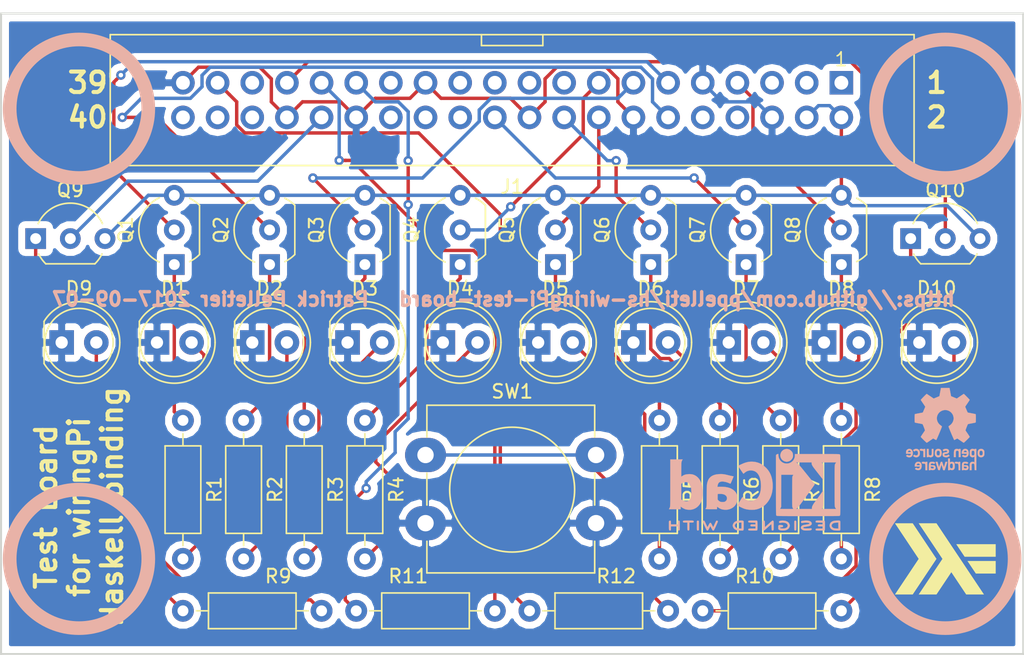
<source format=kicad_pcb>
(kicad_pcb (version 4) (host pcbnew 4.0.6)
  (title_block (title "Test board for wiringPi Haskell binding") (date 2017-09-07) (rev 1.2) (company "Patrick Pelletier"))
  (layers (0 F.Cu signal) (31 B.Cu signal) (34 B.Paste user) (35 F.Paste user) (36 B.SilkS user) (37 F.SilkS user) (38 B.Mask user) (39 F.Mask user) (44 Edge.Cuts user))
  (net 0 "")
  (net 1 GND)
  (net 2 "Net-(D1-Pad2)")
  (net 3 "Net-(D2-Pad2)")
  (net 4 "Net-(D3-Pad2)")
  (net 5 "Net-(D4-Pad2)")
  (net 6 "Net-(D5-Pad2)")
  (net 7 "Net-(D6-Pad2)")
  (net 8 "Net-(D7-Pad2)")
  (net 9 "Net-(D8-Pad2)")
  (net 10 "Net-(D9-Pad2)")
  (net 11 "Net-(D10-Pad2)")
  (net 12 /WPi0)
  (net 13 VCC)
  (net 14 "Net-(Q1-Pad1)")
  (net 15 /WPi1)
  (net 16 "Net-(Q2-Pad1)")
  (net 17 /WPi2)
  (net 18 "Net-(Q3-Pad1)")
  (net 19 /WPi3)
  (net 20 "Net-(Q4-Pad1)")
  (net 21 /WPi4)
  (net 22 "Net-(Q5-Pad1)")
  (net 23 /WPi5)
  (net 24 "Net-(Q6-Pad1)")
  (net 25 /WPi6)
  (net 26 "Net-(Q7-Pad1)")
  (net 27 /WPi7)
  (net 28 "Net-(Q8-Pad1)")
  (net 29 /PWM0)
  (net 30 "Net-(Q9-Pad1)")
  (net 31 /PWM1)
  (net 32 "Net-(Q10-Pad1)")
  (net 33 "Net-(J1-Pad29)")
  (net 34 "Net-(J1-Pad31)")
  (net 35 /Button)
  (net 36 "Net-(R12-Pad2)")
  (net 37 "Net-(J1-Pad1)")
  (net 38 "Net-(J1-Pad3)")
  (net 39 "Net-(J1-Pad5)")
  (net 40 "Net-(J1-Pad8)")
  (net 41 "Net-(J1-Pad10)")
  (net 42 "Net-(J1-Pad17)")
  (net 43 "Net-(J1-Pad19)")
  (net 44 "Net-(J1-Pad21)")
  (net 45 "Net-(J1-Pad23)")
  (net 46 "Net-(J1-Pad24)")
  (net 47 "Net-(J1-Pad26)")
  (net 48 "Net-(J1-Pad27)")
  (net 49 "Net-(J1-Pad28)")
  (net 50 "Net-(J1-Pad35)")
  (net 51 "Net-(J1-Pad36)")
  (net 52 "Net-(J1-Pad38)")
  (net 53 "Net-(J1-Pad40)")
  (module LEDs:LED_D5.0mm (layer F.Cu) (at 107.95 97.79)
    (fp_text reference D1 (at 1.27 -3.96) (layer F.SilkS))
    (fp_text value Yellow)
    (pad 1 thru_hole rect (at 0 0) (size 1.8 1.8) (drill 0.9) (layers *.Cu *.Mask) (net 1 GND))
    (pad 2 thru_hole circle (at 2.54 0) (size 1.8 1.8) (drill 0.9) (layers *.Cu *.Mask) (net 2 "Net-(D1-Pad2)"))
  )
  (module LEDs:LED_D5.0mm (layer F.Cu) (at 114.935 97.79)
    (fp_text reference D2 (at 1.27 -3.96) (layer F.SilkS))
    (fp_text value Yellow)
    (pad 1 thru_hole rect (at 0 0) (size 1.8 1.8) (drill 0.9) (layers *.Cu *.Mask) (net 1 GND))
    (pad 2 thru_hole circle (at 2.54 0) (size 1.8 1.8) (drill 0.9) (layers *.Cu *.Mask) (net 3 "Net-(D2-Pad2)"))
  )
  (module LEDs:LED_D5.0mm (layer F.Cu) (at 121.92 97.79)
    (fp_text reference D3 (at 1.27 -3.96) (layer F.SilkS))
    (fp_text value Yellow)
    (pad 1 thru_hole rect (at 0 0) (size 1.8 1.8) (drill 0.9) (layers *.Cu *.Mask) (net 1 GND))
    (pad 2 thru_hole circle (at 2.54 0) (size 1.8 1.8) (drill 0.9) (layers *.Cu *.Mask) (net 4 "Net-(D3-Pad2)"))
  )
  (module LEDs:LED_D5.0mm (layer F.Cu) (at 128.905 97.79)
    (fp_text reference D4 (at 1.27 -3.96) (layer F.SilkS))
    (fp_text value Yellow)
    (pad 1 thru_hole rect (at 0 0) (size 1.8 1.8) (drill 0.9) (layers *.Cu *.Mask) (net 1 GND))
    (pad 2 thru_hole circle (at 2.54 0) (size 1.8 1.8) (drill 0.9) (layers *.Cu *.Mask) (net 5 "Net-(D4-Pad2)"))
  )
  (module LEDs:LED_D5.0mm (layer F.Cu) (at 135.89 97.79)
    (fp_text reference D5 (at 1.27 -3.96) (layer F.SilkS))
    (fp_text value Yellow)
    (pad 1 thru_hole rect (at 0 0) (size 1.8 1.8) (drill 0.9) (layers *.Cu *.Mask) (net 1 GND))
    (pad 2 thru_hole circle (at 2.54 0) (size 1.8 1.8) (drill 0.9) (layers *.Cu *.Mask) (net 6 "Net-(D5-Pad2)"))
  )
  (module LEDs:LED_D5.0mm (layer F.Cu) (at 142.875 97.79)
    (fp_text reference D6 (at 1.27 -3.96) (layer F.SilkS))
    (fp_text value Yellow)
    (pad 1 thru_hole rect (at 0 0) (size 1.8 1.8) (drill 0.9) (layers *.Cu *.Mask) (net 1 GND))
    (pad 2 thru_hole circle (at 2.54 0) (size 1.8 1.8) (drill 0.9) (layers *.Cu *.Mask) (net 7 "Net-(D6-Pad2)"))
  )
  (module LEDs:LED_D5.0mm (layer F.Cu) (at 149.86 97.79)
    (fp_text reference D7 (at 1.27 -3.96) (layer F.SilkS))
    (fp_text value Yellow)
    (pad 1 thru_hole rect (at 0 0) (size 1.8 1.8) (drill 0.9) (layers *.Cu *.Mask) (net 1 GND))
    (pad 2 thru_hole circle (at 2.54 0) (size 1.8 1.8) (drill 0.9) (layers *.Cu *.Mask) (net 8 "Net-(D7-Pad2)"))
  )
  (module LEDs:LED_D5.0mm (layer F.Cu) (at 156.845 97.79)
    (fp_text reference D8 (at 1.27 -3.96) (layer F.SilkS))
    (fp_text value Yellow)
    (pad 1 thru_hole rect (at 0 0) (size 1.8 1.8) (drill 0.9) (layers *.Cu *.Mask) (net 1 GND))
    (pad 2 thru_hole circle (at 2.54 0) (size 1.8 1.8) (drill 0.9) (layers *.Cu *.Mask) (net 9 "Net-(D8-Pad2)"))
  )
  (module LEDs:LED_D5.0mm (layer F.Cu) (at 100.965 97.79)
    (fp_text reference D9 (at 1.27 -3.96) (layer F.SilkS))
    (fp_text value Red)
    (pad 1 thru_hole rect (at 0 0) (size 1.8 1.8) (drill 0.9) (layers *.Cu *.Mask) (net 1 GND))
    (pad 2 thru_hole circle (at 2.54 0) (size 1.8 1.8) (drill 0.9) (layers *.Cu *.Mask) (net 10 "Net-(D9-Pad2)"))
  )
  (module LEDs:LED_D5.0mm (layer F.Cu) (at 163.83 97.79)
    (fp_text reference D10 (at 1.27 -3.96) (layer F.SilkS))
    (fp_text value Red)
    (pad 1 thru_hole rect (at 0 0) (size 1.8 1.8) (drill 0.9) (layers *.Cu *.Mask) (net 1 GND))
    (pad 2 thru_hole circle (at 2.54 0) (size 1.8 1.8) (drill 0.9) (layers *.Cu *.Mask) (net 11 "Net-(D10-Pad2)"))
  )
  (module Resistors_THT:R_Axial_DIN0207_L6.3mm_D2.5mm_P10.16mm_Horizontal (layer F.Cu) (at 109.855 103.505 270)
    (fp_text reference R1 (at 5.08 -2.31 270) (layer F.SilkS))
    (fp_text value 33)
    (pad 1 thru_hole circle (at 0 0 270) (size 1.6 1.6) (drill 0.8) (layers *.Cu *.Mask) (net 14 "Net-(Q1-Pad1)"))
    (pad 2 thru_hole oval (at 10.16 0 270) (size 1.6 1.6) (drill 0.8) (layers *.Cu *.Mask) (net 2 "Net-(D1-Pad2)"))
  )
  (module Resistors_THT:R_Axial_DIN0207_L6.3mm_D2.5mm_P10.16mm_Horizontal (layer F.Cu) (at 114.3 103.505 270)
    (fp_text reference R2 (at 5.08 -2.31 270) (layer F.SilkS))
    (fp_text value 33)
    (pad 1 thru_hole circle (at 0 0 270) (size 1.6 1.6) (drill 0.8) (layers *.Cu *.Mask) (net 16 "Net-(Q2-Pad1)"))
    (pad 2 thru_hole oval (at 10.16 0 270) (size 1.6 1.6) (drill 0.8) (layers *.Cu *.Mask) (net 3 "Net-(D2-Pad2)"))
  )
  (module Resistors_THT:R_Axial_DIN0207_L6.3mm_D2.5mm_P10.16mm_Horizontal (layer F.Cu) (at 118.745 103.505 270)
    (fp_text reference R3 (at 5.08 -2.31 270) (layer F.SilkS))
    (fp_text value 33)
    (pad 1 thru_hole circle (at 0 0 270) (size 1.6 1.6) (drill 0.8) (layers *.Cu *.Mask) (net 18 "Net-(Q3-Pad1)"))
    (pad 2 thru_hole oval (at 10.16 0 270) (size 1.6 1.6) (drill 0.8) (layers *.Cu *.Mask) (net 4 "Net-(D3-Pad2)"))
  )
  (module Resistors_THT:R_Axial_DIN0207_L6.3mm_D2.5mm_P10.16mm_Horizontal (layer F.Cu) (at 123.19 103.505 270)
    (fp_text reference R4 (at 5.08 -2.31 270) (layer F.SilkS))
    (fp_text value 33)
    (pad 1 thru_hole circle (at 0 0 270) (size 1.6 1.6) (drill 0.8) (layers *.Cu *.Mask) (net 20 "Net-(Q4-Pad1)"))
    (pad 2 thru_hole oval (at 10.16 0 270) (size 1.6 1.6) (drill 0.8) (layers *.Cu *.Mask) (net 5 "Net-(D4-Pad2)"))
  )
  (module Resistors_THT:R_Axial_DIN0207_L6.3mm_D2.5mm_P10.16mm_Horizontal (layer F.Cu) (at 144.78 103.505 270)
    (fp_text reference R5 (at 5.08 -2.31 270) (layer F.SilkS))
    (fp_text value 33)
    (pad 1 thru_hole circle (at 0 0 270) (size 1.6 1.6) (drill 0.8) (layers *.Cu *.Mask) (net 22 "Net-(Q5-Pad1)"))
    (pad 2 thru_hole oval (at 10.16 0 270) (size 1.6 1.6) (drill 0.8) (layers *.Cu *.Mask) (net 6 "Net-(D5-Pad2)"))
  )
  (module Resistors_THT:R_Axial_DIN0207_L6.3mm_D2.5mm_P10.16mm_Horizontal (layer F.Cu) (at 149.225 103.505 270)
    (fp_text reference R6 (at 5.08 -2.31 270) (layer F.SilkS))
    (fp_text value 33)
    (pad 1 thru_hole circle (at 0 0 270) (size 1.6 1.6) (drill 0.8) (layers *.Cu *.Mask) (net 24 "Net-(Q6-Pad1)"))
    (pad 2 thru_hole oval (at 10.16 0 270) (size 1.6 1.6) (drill 0.8) (layers *.Cu *.Mask) (net 7 "Net-(D6-Pad2)"))
  )
  (module Resistors_THT:R_Axial_DIN0207_L6.3mm_D2.5mm_P10.16mm_Horizontal (layer F.Cu) (at 153.67 103.505 270)
    (fp_text reference R7 (at 5.08 -2.31 270) (layer F.SilkS))
    (fp_text value 33)
    (pad 1 thru_hole circle (at 0 0 270) (size 1.6 1.6) (drill 0.8) (layers *.Cu *.Mask) (net 26 "Net-(Q7-Pad1)"))
    (pad 2 thru_hole oval (at 10.16 0 270) (size 1.6 1.6) (drill 0.8) (layers *.Cu *.Mask) (net 8 "Net-(D7-Pad2)"))
  )
  (module Resistors_THT:R_Axial_DIN0207_L6.3mm_D2.5mm_P10.16mm_Horizontal (layer F.Cu) (at 158.115 103.505 270)
    (fp_text reference R8 (at 5.08 -2.31 270) (layer F.SilkS))
    (fp_text value 33)
    (pad 1 thru_hole circle (at 0 0 270) (size 1.6 1.6) (drill 0.8) (layers *.Cu *.Mask) (net 28 "Net-(Q8-Pad1)"))
    (pad 2 thru_hole oval (at 10.16 0 270) (size 1.6 1.6) (drill 0.8) (layers *.Cu *.Mask) (net 9 "Net-(D8-Pad2)"))
  )
  (module Resistors_THT:R_Axial_DIN0207_L6.3mm_D2.5mm_P10.16mm_Horizontal (layer F.Cu) (at 122.555 117.475)
    (fp_text reference R11 (at 3.81 -2.54) (layer F.SilkS))
    (fp_text value 1K)
    (pad 1 thru_hole circle (at 0 0) (size 1.6 1.6) (drill 0.8) (layers *.Cu *.Mask) (net 33 "Net-(J1-Pad29)"))
    (pad 2 thru_hole oval (at 10.16 0) (size 1.6 1.6) (drill 0.8) (layers *.Cu *.Mask) (net 34 "Net-(J1-Pad31)"))
  )
  (module Resistors_THT:R_Axial_DIN0207_L6.3mm_D2.5mm_P10.16mm_Horizontal (layer F.Cu) (at 135.255 117.475)
    (fp_text reference R12 (at 6.35 -2.54) (layer F.SilkS))
    (fp_text value 1K)
    (pad 1 thru_hole circle (at 0 0) (size 1.6 1.6) (drill 0.8) (layers *.Cu *.Mask) (net 35 /Button))
    (pad 2 thru_hole oval (at 10.16 0) (size 1.6 1.6) (drill 0.8) (layers *.Cu *.Mask) (net 36 "Net-(R12-Pad2)"))
  )
  (module TO_SOT_Packages_THT:TO-92_Inline_Wide (layer F.Cu) (at 109.22 92.075 90)
    (fp_text reference Q1 (at 2.54 -3.56 270) (layer F.SilkS))
    (fp_text value Q_NPN_EBC)
    (pad 2 thru_hole circle (at 2.54 0 180) (size 1.52 1.52) (drill 0.8) (layers *.Cu *.Mask) (net 12 /WPi0))
    (pad 3 thru_hole circle (at 5.08 0 180) (size 1.52 1.52) (drill 0.8) (layers *.Cu *.Mask) (net 13 VCC))
    (pad 1 thru_hole rect (at 0 0 180) (size 1.52 1.52) (drill 0.8) (layers *.Cu *.Mask) (net 14 "Net-(Q1-Pad1)"))
  )
  (module TO_SOT_Packages_THT:TO-92_Inline_Wide (layer F.Cu) (at 116.205 92.075 90)
    (fp_text reference Q2 (at 2.54 -3.56 270) (layer F.SilkS))
    (fp_text value Q_NPN_EBC)
    (pad 2 thru_hole circle (at 2.54 0 180) (size 1.52 1.52) (drill 0.8) (layers *.Cu *.Mask) (net 15 /WPi1))
    (pad 3 thru_hole circle (at 5.08 0 180) (size 1.52 1.52) (drill 0.8) (layers *.Cu *.Mask) (net 13 VCC))
    (pad 1 thru_hole rect (at 0 0 180) (size 1.52 1.52) (drill 0.8) (layers *.Cu *.Mask) (net 16 "Net-(Q2-Pad1)"))
  )
  (module TO_SOT_Packages_THT:TO-92_Inline_Wide (layer F.Cu) (at 123.19 92.075 90)
    (fp_text reference Q3 (at 2.54 -3.56 270) (layer F.SilkS))
    (fp_text value Q_NPN_EBC)
    (pad 2 thru_hole circle (at 2.54 0 180) (size 1.52 1.52) (drill 0.8) (layers *.Cu *.Mask) (net 17 /WPi2))
    (pad 3 thru_hole circle (at 5.08 0 180) (size 1.52 1.52) (drill 0.8) (layers *.Cu *.Mask) (net 13 VCC))
    (pad 1 thru_hole rect (at 0 0 180) (size 1.52 1.52) (drill 0.8) (layers *.Cu *.Mask) (net 18 "Net-(Q3-Pad1)"))
  )
  (module TO_SOT_Packages_THT:TO-92_Inline_Wide (layer F.Cu) (at 130.175 92.075 90)
    (fp_text reference Q4 (at 2.54 -3.56 270) (layer F.SilkS))
    (fp_text value Q_NPN_EBC)
    (pad 2 thru_hole circle (at 2.54 0 180) (size 1.52 1.52) (drill 0.8) (layers *.Cu *.Mask) (net 19 /WPi3))
    (pad 3 thru_hole circle (at 5.08 0 180) (size 1.52 1.52) (drill 0.8) (layers *.Cu *.Mask) (net 13 VCC))
    (pad 1 thru_hole rect (at 0 0 180) (size 1.52 1.52) (drill 0.8) (layers *.Cu *.Mask) (net 20 "Net-(Q4-Pad1)"))
  )
  (module TO_SOT_Packages_THT:TO-92_Inline_Wide (layer F.Cu) (at 137.16 92.075 90)
    (fp_text reference Q5 (at 2.54 -3.56 270) (layer F.SilkS))
    (fp_text value Q_NPN_EBC)
    (pad 2 thru_hole circle (at 2.54 0 180) (size 1.52 1.52) (drill 0.8) (layers *.Cu *.Mask) (net 21 /WPi4))
    (pad 3 thru_hole circle (at 5.08 0 180) (size 1.52 1.52) (drill 0.8) (layers *.Cu *.Mask) (net 13 VCC))
    (pad 1 thru_hole rect (at 0 0 180) (size 1.52 1.52) (drill 0.8) (layers *.Cu *.Mask) (net 22 "Net-(Q5-Pad1)"))
  )
  (module TO_SOT_Packages_THT:TO-92_Inline_Wide (layer F.Cu) (at 144.145 92.075 90)
    (fp_text reference Q6 (at 2.54 -3.56 270) (layer F.SilkS))
    (fp_text value Q_NPN_EBC)
    (pad 2 thru_hole circle (at 2.54 0 180) (size 1.52 1.52) (drill 0.8) (layers *.Cu *.Mask) (net 23 /WPi5))
    (pad 3 thru_hole circle (at 5.08 0 180) (size 1.52 1.52) (drill 0.8) (layers *.Cu *.Mask) (net 13 VCC))
    (pad 1 thru_hole rect (at 0 0 180) (size 1.52 1.52) (drill 0.8) (layers *.Cu *.Mask) (net 24 "Net-(Q6-Pad1)"))
  )
  (module TO_SOT_Packages_THT:TO-92_Inline_Wide (layer F.Cu) (at 151.13 92.075 90)
    (fp_text reference Q7 (at 2.54 -3.56 270) (layer F.SilkS))
    (fp_text value Q_NPN_EBC)
    (pad 2 thru_hole circle (at 2.54 0 180) (size 1.52 1.52) (drill 0.8) (layers *.Cu *.Mask) (net 25 /WPi6))
    (pad 3 thru_hole circle (at 5.08 0 180) (size 1.52 1.52) (drill 0.8) (layers *.Cu *.Mask) (net 13 VCC))
    (pad 1 thru_hole rect (at 0 0 180) (size 1.52 1.52) (drill 0.8) (layers *.Cu *.Mask) (net 26 "Net-(Q7-Pad1)"))
  )
  (module TO_SOT_Packages_THT:TO-92_Inline_Wide (layer F.Cu) (at 158.115 92.075 90)
    (fp_text reference Q8 (at 2.54 -3.56 270) (layer F.SilkS))
    (fp_text value Q_NPN_EBC)
    (pad 2 thru_hole circle (at 2.54 0 180) (size 1.52 1.52) (drill 0.8) (layers *.Cu *.Mask) (net 27 /WPi7))
    (pad 3 thru_hole circle (at 5.08 0 180) (size 1.52 1.52) (drill 0.8) (layers *.Cu *.Mask) (net 13 VCC))
    (pad 1 thru_hole rect (at 0 0 180) (size 1.52 1.52) (drill 0.8) (layers *.Cu *.Mask) (net 28 "Net-(Q8-Pad1)"))
  )
  (module TO_SOT_Packages_THT:TO-92_Inline_Wide (layer F.Cu) (at 99.06 90.17)
    (fp_text reference Q9 (at 2.54 -3.56 180) (layer F.SilkS))
    (fp_text value Q_NPN_EBC)
    (pad 2 thru_hole circle (at 2.54 0 90) (size 1.52 1.52) (drill 0.8) (layers *.Cu *.Mask) (net 29 /PWM0))
    (pad 3 thru_hole circle (at 5.08 0 90) (size 1.52 1.52) (drill 0.8) (layers *.Cu *.Mask) (net 13 VCC))
    (pad 1 thru_hole rect (at 0 0 90) (size 1.52 1.52) (drill 0.8) (layers *.Cu *.Mask) (net 30 "Net-(Q9-Pad1)"))
  )
  (module TO_SOT_Packages_THT:TO-92_Inline_Wide (layer F.Cu) (at 163.195 90.17)
    (fp_text reference Q10 (at 2.54 -3.56 180) (layer F.SilkS))
    (fp_text value Q_NPN_EBC)
    (pad 2 thru_hole circle (at 2.54 0 90) (size 1.52 1.52) (drill 0.8) (layers *.Cu *.Mask) (net 31 /PWM1))
    (pad 3 thru_hole circle (at 5.08 0 90) (size 1.52 1.52) (drill 0.8) (layers *.Cu *.Mask) (net 13 VCC))
    (pad 1 thru_hole rect (at 0 0 90) (size 1.52 1.52) (drill 0.8) (layers *.Cu *.Mask) (net 32 "Net-(Q10-Pad1)"))
  )
  (module Resistors_THT:R_Axial_DIN0207_L6.3mm_D2.5mm_P10.16mm_Horizontal (layer F.Cu) (at 109.855 117.475)
    (fp_text reference R9 (at 6.985 -2.54) (layer F.SilkS))
    (fp_text value 33)
    (pad 1 thru_hole circle (at 0 0) (size 1.6 1.6) (drill 0.8) (layers *.Cu *.Mask) (net 30 "Net-(Q9-Pad1)"))
    (pad 2 thru_hole oval (at 10.16 0) (size 1.6 1.6) (drill 0.8) (layers *.Cu *.Mask) (net 10 "Net-(D9-Pad2)"))
  )
  (module Resistors_THT:R_Axial_DIN0207_L6.3mm_D2.5mm_P10.16mm_Horizontal (layer F.Cu) (at 147.955 117.475)
    (fp_text reference R10 (at 3.81 -2.54) (layer F.SilkS))
    (fp_text value 33)
    (pad 1 thru_hole circle (at 0 0) (size 1.6 1.6) (drill 0.8) (layers *.Cu *.Mask) (net 32 "Net-(Q10-Pad1)"))
    (pad 2 thru_hole oval (at 10.16 0) (size 1.6 1.6) (drill 0.8) (layers *.Cu *.Mask) (net 11 "Net-(D10-Pad2)"))
  )
  (module hs_wpi_test_board:Haskell_Logo (layer F.Cu) (at 165.735 113.665)
    (fp_text reference REF** hide)
    (fp_text value Haskell_Logo hide)
  )
  (module Symbols:OSHW-Logo_5.7x6mm_SilkScreen (layer B.Cu) (at 165.735 104.14 180)
    (fp_text reference REF*** hide)
    (fp_text value OSHW-Logo_5.7x6mm_SilkScreen hide)
  )
  (module Symbols:KiCad-Logo2_6mm_SilkScreen (layer B.Cu) (at 151.765 108.585 180)
    (fp_text reference REF*** hide)
    (fp_text value KiCad-Logo2_6mm_SilkScreen hide)
  )
  (module hs_wpi_test_board:SW_PUSH-12mm_Wurth-430476085716 (layer F.Cu) (at 127.635 106.045)
    (fp_text reference SW1 (at 6.35 -4.66) (layer F.SilkS))
    (fp_text value SW_Push)
    (pad 1 thru_hole oval (at 12.5 0) (size 3 2.5) (drill 1.2) (layers *.Cu *.Mask) (net 36 "Net-(R12-Pad2)"))
    (pad 2 thru_hole oval (at 12.5 5) (size 3 2.5) (drill 1.2) (layers *.Cu *.Mask) (net 1 GND))
    (pad 1 thru_hole oval (at 0 0) (size 3 2.5) (drill 1.2) (layers *.Cu *.Mask) (net 36 "Net-(R12-Pad2)"))
    (pad 2 thru_hole oval (at 0 5) (size 3 2.5) (drill 1.2) (layers *.Cu *.Mask) (net 1 GND))
  )
  (module hs_wpi_test_board:IDC_Header_Straight_40pins_key (layer F.Cu) (at 158.115 78.74 180)
    (fp_text reference J1 (at 24.13 -7.62 180) (layer F.SilkS))
    (fp_text value Raspberry_Pi_2_3)
    (fp_text user 1 (at 0.02 1.72 180) (layer F.SilkS) (effects (font (thickness 0.12))))
    (pad 1 thru_hole rect (at 0 0 180) (size 1.7272 1.7272) (drill 1.016) (layers *.Cu *.Mask) (net 37 "Net-(J1-Pad1)"))
    (pad 2 thru_hole oval (at 0 -2.54 180) (size 1.7272 1.7272) (drill 1.016) (layers *.Cu *.Mask) (net 13 VCC))
    (pad 3 thru_hole oval (at 2.54 0 180) (size 1.7272 1.7272) (drill 1.016) (layers *.Cu *.Mask) (net 38 "Net-(J1-Pad3)"))
    (pad 4 thru_hole oval (at 2.54 -2.54 180) (size 1.7272 1.7272) (drill 1.016) (layers *.Cu *.Mask) (net 13 VCC))
    (pad 5 thru_hole oval (at 5.08 0 180) (size 1.7272 1.7272) (drill 1.016) (layers *.Cu *.Mask) (net 39 "Net-(J1-Pad5)"))
    (pad 6 thru_hole oval (at 5.08 -2.54 180) (size 1.7272 1.7272) (drill 1.016) (layers *.Cu *.Mask) (net 1 GND))
    (pad 7 thru_hole oval (at 7.62 0 180) (size 1.7272 1.7272) (drill 1.016) (layers *.Cu *.Mask) (net 27 /WPi7))
    (pad 8 thru_hole oval (at 7.62 -2.54 180) (size 1.7272 1.7272) (drill 1.016) (layers *.Cu *.Mask) (net 40 "Net-(J1-Pad8)"))
    (pad 9 thru_hole oval (at 10.16 0 180) (size 1.7272 1.7272) (drill 1.016) (layers *.Cu *.Mask) (net 1 GND))
    (pad 10 thru_hole oval (at 10.16 -2.54 180) (size 1.7272 1.7272) (drill 1.016) (layers *.Cu *.Mask) (net 41 "Net-(J1-Pad10)"))
    (pad 11 thru_hole oval (at 12.7 0 180) (size 1.7272 1.7272) (drill 1.016) (layers *.Cu *.Mask) (net 12 /WPi0))
    (pad 12 thru_hole oval (at 12.7 -2.54 180) (size 1.7272 1.7272) (drill 1.016) (layers *.Cu *.Mask) (net 15 /WPi1))
    (pad 13 thru_hole oval (at 15.24 0 180) (size 1.7272 1.7272) (drill 1.016) (layers *.Cu *.Mask) (net 17 /WPi2))
    (pad 14 thru_hole oval (at 15.24 -2.54 180) (size 1.7272 1.7272) (drill 1.016) (layers *.Cu *.Mask) (net 1 GND))
    (pad 15 thru_hole oval (at 17.78 0 180) (size 1.7272 1.7272) (drill 1.016) (layers *.Cu *.Mask) (net 19 /WPi3))
    (pad 16 thru_hole oval (at 17.78 -2.54 180) (size 1.7272 1.7272) (drill 1.016) (layers *.Cu *.Mask) (net 21 /WPi4))
    (pad 17 thru_hole oval (at 20.32 0 180) (size 1.7272 1.7272) (drill 1.016) (layers *.Cu *.Mask) (net 42 "Net-(J1-Pad17)"))
    (pad 18 thru_hole oval (at 20.32 -2.54 180) (size 1.7272 1.7272) (drill 1.016) (layers *.Cu *.Mask) (net 23 /WPi5))
    (pad 19 thru_hole oval (at 22.86 0 180) (size 1.7272 1.7272) (drill 1.016) (layers *.Cu *.Mask) (net 43 "Net-(J1-Pad19)"))
    (pad 20 thru_hole oval (at 22.86 -2.54 180) (size 1.7272 1.7272) (drill 1.016) (layers *.Cu *.Mask) (net 1 GND))
    (pad 21 thru_hole oval (at 25.4 0 180) (size 1.7272 1.7272) (drill 1.016) (layers *.Cu *.Mask) (net 44 "Net-(J1-Pad21)"))
    (pad 22 thru_hole oval (at 25.4 -2.54 180) (size 1.7272 1.7272) (drill 1.016) (layers *.Cu *.Mask) (net 25 /WPi6))
    (pad 23 thru_hole oval (at 27.94 0 180) (size 1.7272 1.7272) (drill 1.016) (layers *.Cu *.Mask) (net 45 "Net-(J1-Pad23)"))
    (pad 24 thru_hole oval (at 27.94 -2.54 180) (size 1.7272 1.7272) (drill 1.016) (layers *.Cu *.Mask) (net 46 "Net-(J1-Pad24)"))
    (pad 25 thru_hole oval (at 30.48 0 180) (size 1.7272 1.7272) (drill 1.016) (layers *.Cu *.Mask) (net 1 GND))
    (pad 26 thru_hole oval (at 30.48 -2.54 180) (size 1.7272 1.7272) (drill 1.016) (layers *.Cu *.Mask) (net 47 "Net-(J1-Pad26)"))
    (pad 27 thru_hole oval (at 33.02 0 180) (size 1.7272 1.7272) (drill 1.016) (layers *.Cu *.Mask) (net 48 "Net-(J1-Pad27)"))
    (pad 28 thru_hole oval (at 33.02 -2.54 180) (size 1.7272 1.7272) (drill 1.016) (layers *.Cu *.Mask) (net 49 "Net-(J1-Pad28)"))
    (pad 29 thru_hole oval (at 35.56 0 180) (size 1.7272 1.7272) (drill 1.016) (layers *.Cu *.Mask) (net 33 "Net-(J1-Pad29)"))
    (pad 30 thru_hole oval (at 35.56 -2.54 180) (size 1.7272 1.7272) (drill 1.016) (layers *.Cu *.Mask) (net 1 GND))
    (pad 31 thru_hole oval (at 38.1 0 180) (size 1.7272 1.7272) (drill 1.016) (layers *.Cu *.Mask) (net 34 "Net-(J1-Pad31)"))
    (pad 32 thru_hole oval (at 38.1 -2.54 180) (size 1.7272 1.7272) (drill 1.016) (layers *.Cu *.Mask) (net 29 /PWM0))
    (pad 33 thru_hole oval (at 40.64 0 180) (size 1.7272 1.7272) (drill 1.016) (layers *.Cu *.Mask) (net 31 /PWM1))
    (pad 34 thru_hole oval (at 40.64 -2.54 180) (size 1.7272 1.7272) (drill 1.016) (layers *.Cu *.Mask) (net 1 GND))
    (pad 35 thru_hole oval (at 43.18 0 180) (size 1.7272 1.7272) (drill 1.016) (layers *.Cu *.Mask) (net 50 "Net-(J1-Pad35)"))
    (pad 36 thru_hole oval (at 43.18 -2.54 180) (size 1.7272 1.7272) (drill 1.016) (layers *.Cu *.Mask) (net 51 "Net-(J1-Pad36)"))
    (pad 37 thru_hole oval (at 45.72 0 180) (size 1.7272 1.7272) (drill 1.016) (layers *.Cu *.Mask) (net 35 /Button))
    (pad 38 thru_hole oval (at 45.72 -2.54 180) (size 1.7272 1.7272) (drill 1.016) (layers *.Cu *.Mask) (net 52 "Net-(J1-Pad38)"))
    (pad 39 thru_hole oval (at 48.26 0 180) (size 1.7272 1.7272) (drill 1.016) (layers *.Cu *.Mask) (net 1 GND))
    (pad 40 thru_hole oval (at 48.26 -2.54 180) (size 1.7272 1.7272) (drill 1.016) (layers *.Cu *.Mask) (net 53 "Net-(J1-Pad40)"))
  )
  (gr_line (start 171.45 73.66) (end 96.52 73.66) (angle 90) (layer Edge.Cuts) (width 0.15))
  (gr_line (start 171.45 120.65) (end 171.45 73.66) (angle 90) (layer Edge.Cuts) (width 0.15))
  (gr_line (start 96.52 120.65) (end 171.45 120.65) (angle 90) (layer Edge.Cuts) (width 0.15))
  (gr_line (start 96.52 73.66) (end 96.52 120.65) (angle 90) (layer Edge.Cuts) (width 0.15))
  (gr_text 40 (at 102.87 81.28) (layer F.SilkS) (effects (font (size 1.5 1.5) (thickness 0.3))))
  (gr_text 39 (at 102.87 78.74) (layer F.SilkS) (effects (font (size 1.5 1.5) (thickness 0.3))))
  (gr_text 2 (at 165.1 81.28) (layer F.SilkS) (effects (font (size 1.5 1.5) (thickness 0.3))))
  (gr_text 1 (at 165.1 78.74) (layer F.SilkS) (effects (font (size 1.5 1.5) (thickness 0.3))))
  (gr_text "Test board\nfor wiringPi\nHaskell binding" (at 102.235 109.855 90) (layer F.SilkS) (effects (font (size 1.5 1.5) (thickness 0.3))))
  (gr_text "https://github.com/ppelleti/hs-wiringPi-test-board   Patrick Pelletier 2017-09-07" (at 133.35 94.615) (layer B.SilkS) (effects (font (size 1 1) (thickness 0.25)) (justify mirror)))
  (gr_circle (center 165.735 113.665) (end 170.815 113.665) (layer B.SilkS) (width 1))
  (gr_circle (center 102.235 80.645) (end 107.315 80.645) (layer B.SilkS) (width 1))
  (gr_circle (center 102.235 113.665) (end 107.315 113.665) (layer B.SilkS) (width 1))
  (gr_circle (center 165.735 80.645) (end 170.815 80.645) (layer B.SilkS) (width 1))
  (segment (start 135.255 81.28) (end 136.396001 80.138999) (width 0.25) (layer F.Cu) (net 1))
  (segment (start 136.396001 80.138999) (end 136.396001 78.450317) (width 0.25) (layer F.Cu) (net 1))
  (segment (start 136.396001 78.450317) (end 137.247319 77.598999) (width 0.25) (layer F.Cu) (net 1))
  (segment (start 137.247319 77.598999) (end 140.882681 77.598999) (width 0.25) (layer F.Cu) (net 1))
  (segment (start 140.882681 77.598999) (end 141.733999 78.450317) (width 0.25) (layer F.Cu) (net 1))
  (segment (start 141.733999 78.450317) (end 141.733999 80.138999) (width 0.25) (layer F.Cu) (net 1))
  (segment (start 141.733999 80.138999) (end 142.011401 80.416401) (width 0.25) (layer F.Cu) (net 1))
  (segment (start 142.011401 80.416401) (end 142.875 81.28) (width 0.25) (layer F.Cu) (net 1))
  (segment (start 117.475 81.28) (end 116.333999 80.138999) (width 0.25) (layer F.Cu) (net 1))
  (segment (start 116.333999 80.138999) (end 116.333999 78.450317) (width 0.25) (layer F.Cu) (net 1))
  (segment (start 116.333999 78.450317) (end 115.482681 77.598999) (width 0.25) (layer F.Cu) (net 1))
  (segment (start 115.482681 77.598999) (end 110.996001 77.598999) (width 0.25) (layer F.Cu) (net 1))
  (segment (start 110.996001 77.598999) (end 110.718599 77.876401) (width 0.25) (layer F.Cu) (net 1))
  (segment (start 110.718599 77.876401) (end 109.855 78.74) (width 0.25) (layer F.Cu) (net 1))
  (segment (start 122.555 81.28) (end 121.413999 80.138999) (width 0.25) (layer F.Cu) (net 1))
  (segment (start 121.413999 80.138999) (end 118.616001 80.138999) (width 0.25) (layer F.Cu) (net 1))
  (segment (start 118.616001 80.138999) (end 118.338599 80.416401) (width 0.25) (layer F.Cu) (net 1))
  (segment (start 118.338599 80.416401) (end 117.475 81.28) (width 0.25) (layer F.Cu) (net 1))
  (segment (start 127.635 78.74) (end 126.493999 79.881001) (width 0.25) (layer F.Cu) (net 1))
  (segment (start 126.493999 79.881001) (end 123.953999 79.881001) (width 0.25) (layer F.Cu) (net 1))
  (segment (start 123.953999 79.881001) (end 123.418599 80.416401) (width 0.25) (layer F.Cu) (net 1))
  (segment (start 123.418599 80.416401) (end 122.555 81.28) (width 0.25) (layer F.Cu) (net 1))
  (segment (start 127.635 78.74) (end 128.776001 79.881001) (width 0.25) (layer F.Cu) (net 1))
  (segment (start 128.776001 79.881001) (end 133.856001 79.881001) (width 0.25) (layer F.Cu) (net 1))
  (segment (start 133.856001 79.881001) (end 134.391401 80.416401) (width 0.25) (layer F.Cu) (net 1))
  (segment (start 134.391401 80.416401) (end 135.255 81.28) (width 0.25) (layer F.Cu) (net 1))
  (segment (start 153.035 81.28) (end 151.893999 80.138999) (width 0.25) (layer B.Cu) (net 1))
  (segment (start 151.893999 80.138999) (end 149.353999 80.138999) (width 0.25) (layer B.Cu) (net 1))
  (segment (start 149.353999 80.138999) (end 148.818599 79.603599) (width 0.25) (layer B.Cu) (net 1))
  (segment (start 148.818599 79.603599) (end 147.955 78.74) (width 0.25) (layer B.Cu) (net 1))
  (segment (start 109.855 113.665) (end 111.389999 112.130001) (width 0.25) (layer F.Cu) (net 2))
  (segment (start 111.389999 112.130001) (end 111.389999 98.689999) (width 0.25) (layer F.Cu) (net 2))
  (segment (start 111.389999 98.689999) (end 110.49 97.79) (width 0.25) (layer F.Cu) (net 2))
  (segment (start 114.3 113.665) (end 117.475 110.49) (width 0.25) (layer F.Cu) (net 3))
  (segment (start 117.475 110.49) (end 117.475 97.79) (width 0.25) (layer F.Cu) (net 3))
  (segment (start 123.560001 98.689999) (end 124.46 97.79) (width 0.25) (layer F.Cu) (net 4))
  (segment (start 119.822401 102.427599) (end 123.560001 98.689999) (width 0.25) (layer F.Cu) (net 4))
  (segment (start 118.745 113.665) (end 119.822401 112.587599) (width 0.25) (layer F.Cu) (net 4))
  (segment (start 119.822401 112.587599) (end 119.822401 102.427599) (width 0.25) (layer F.Cu) (net 4))
  (segment (start 123.19 113.665) (end 124.905769 111.949231) (width 0.25) (layer F.Cu) (net 5))
  (segment (start 124.905769 111.949231) (end 124.905769 107.477721) (width 0.25) (layer F.Cu) (net 5))
  (segment (start 124.905769 107.477721) (end 123.989999 106.561951) (width 0.25) (layer F.Cu) (net 5))
  (segment (start 123.989999 106.561951) (end 123.989999 105.245001) (width 0.25) (layer F.Cu) (net 5))
  (segment (start 130.545001 98.689999) (end 131.445 97.79) (width 0.25) (layer F.Cu) (net 5))
  (segment (start 123.989999 105.245001) (end 130.545001 98.689999) (width 0.25) (layer F.Cu) (net 5))
  (segment (start 139.329999 98.689999) (end 138.43 97.79) (width 0.25) (layer F.Cu) (net 6))
  (segment (start 143.702599 103.062599) (end 139.329999 98.689999) (width 0.25) (layer F.Cu) (net 6))
  (segment (start 143.702599 110.157105) (end 143.702599 103.062599) (width 0.25) (layer F.Cu) (net 6))
  (segment (start 144.78 111.234506) (end 143.702599 110.157105) (width 0.25) (layer F.Cu) (net 6))
  (segment (start 144.78 113.665) (end 144.78 111.234506) (width 0.25) (layer F.Cu) (net 6))
  (segment (start 149.225 113.665) (end 150.302401 112.587599) (width 0.25) (layer F.Cu) (net 7))
  (segment (start 150.302401 112.587599) (end 150.302401 102.677401) (width 0.25) (layer F.Cu) (net 7))
  (segment (start 150.302401 102.677401) (end 146.314999 98.689999) (width 0.25) (layer F.Cu) (net 7))
  (segment (start 146.314999 98.689999) (end 145.415 97.79) (width 0.25) (layer F.Cu) (net 7))
  (segment (start 153.67 113.665) (end 154.747401 112.587599) (width 0.25) (layer F.Cu) (net 8))
  (segment (start 154.747401 112.587599) (end 154.747401 100.137401) (width 0.25) (layer F.Cu) (net 8))
  (segment (start 154.747401 100.137401) (end 153.299999 98.689999) (width 0.25) (layer F.Cu) (net 8))
  (segment (start 153.299999 98.689999) (end 152.4 97.79) (width 0.25) (layer F.Cu) (net 8))
  (segment (start 159.385 99.062792) (end 159.385 97.79) (width 0.25) (layer F.Cu) (net 9))
  (segment (start 159.192401 99.255391) (end 159.385 99.062792) (width 0.25) (layer F.Cu) (net 9))
  (segment (start 159.192401 104.022153) (end 159.192401 99.255391) (width 0.25) (layer F.Cu) (net 9))
  (segment (start 158.115 113.665) (end 158.115 105.099554) (width 0.25) (layer F.Cu) (net 9))
  (segment (start 158.115 105.099554) (end 159.192401 104.022153) (width 0.25) (layer F.Cu) (net 9))
  (segment (start 120.015 117.475) (end 119.215001 116.675001) (width 0.25) (layer F.Cu) (net 10))
  (segment (start 119.215001 116.675001) (end 111.270447 116.675001) (width 0.25) (layer F.Cu) (net 10))
  (segment (start 111.270447 116.675001) (end 103.505 108.909554) (width 0.25) (layer F.Cu) (net 10))
  (segment (start 103.505 108.909554) (end 103.505 99.062792) (width 0.25) (layer F.Cu) (net 10))
  (segment (start 103.505 99.062792) (end 103.505 97.79) (width 0.25) (layer F.Cu) (net 10))
  (segment (start 158.115 117.475) (end 166.37 109.22) (width 0.25) (layer F.Cu) (net 11))
  (segment (start 166.37 109.22) (end 166.37 97.79) (width 0.25) (layer F.Cu) (net 11))
  (segment (start 104.962203 78.521456) (end 105.305102 78.178557) (width 0.25) (layer F.Cu) (net 12))
  (segment (start 104.789698 85.104698) (end 104.789698 78.693961) (width 0.25) (layer F.Cu) (net 12))
  (segment (start 109.22 89.535) (end 104.789698 85.104698) (width 0.25) (layer F.Cu) (net 12))
  (segment (start 105.648001 77.835658) (end 105.305102 78.178557) (width 0.25) (layer B.Cu) (net 12))
  (segment (start 143.871588 77.196588) (end 106.287071 77.196588) (width 0.25) (layer B.Cu) (net 12))
  (segment (start 145.415 78.74) (end 143.871588 77.196588) (width 0.25) (layer B.Cu) (net 12))
  (segment (start 106.287071 77.196588) (end 105.648001 77.835658) (width 0.25) (layer B.Cu) (net 12))
  (segment (start 104.789698 78.693961) (end 104.962203 78.521456) (width 0.25) (layer F.Cu) (net 12))
  (via (at 105.305102 78.178557) (size 0.6858) (drill 0.3302) (layers F.Cu B.Cu) (net 12))
  (segment (start 158.115 81.28) (end 158.115 86.995) (width 0.25) (layer F.Cu) (net 13))
  (segment (start 158.115 86.995) (end 158.874999 87.754999) (width 0.25) (layer B.Cu) (net 13))
  (segment (start 158.874999 87.754999) (end 165.859999 87.754999) (width 0.25) (layer B.Cu) (net 13))
  (segment (start 165.859999 87.754999) (end 167.515001 89.410001) (width 0.25) (layer B.Cu) (net 13))
  (segment (start 167.515001 89.410001) (end 168.275 90.17) (width 0.25) (layer B.Cu) (net 13))
  (segment (start 109.22 86.995) (end 107.315 86.995) (width 0.25) (layer B.Cu) (net 13))
  (segment (start 107.315 86.995) (end 104.14 90.17) (width 0.25) (layer B.Cu) (net 13))
  (segment (start 116.205 86.995) (end 109.22 86.995) (width 0.25) (layer B.Cu) (net 13))
  (segment (start 123.19 86.995) (end 116.205 86.995) (width 0.25) (layer B.Cu) (net 13))
  (segment (start 130.175 86.995) (end 123.19 86.995) (width 0.25) (layer B.Cu) (net 13))
  (segment (start 137.16 86.995) (end 130.175 86.995) (width 0.25) (layer B.Cu) (net 13))
  (segment (start 144.145 86.995) (end 137.16 86.995) (width 0.25) (layer B.Cu) (net 13))
  (segment (start 151.13 86.995) (end 144.145 86.995) (width 0.25) (layer B.Cu) (net 13))
  (segment (start 158.115 86.995) (end 151.13 86.995) (width 0.25) (layer B.Cu) (net 13))
  (segment (start 155.575 81.28) (end 156.438599 80.416401) (width 0.25) (layer B.Cu) (net 13))
  (segment (start 156.438599 80.416401) (end 157.251401 80.416401) (width 0.25) (layer B.Cu) (net 13))
  (segment (start 157.251401 80.416401) (end 158.115 81.28) (width 0.25) (layer B.Cu) (net 13))
  (segment (start 109.22 92.075) (end 109.22 102.87) (width 0.25) (layer F.Cu) (net 14))
  (segment (start 109.22 102.87) (end 109.855 103.505) (width 0.25) (layer F.Cu) (net 14))
  (segment (start 105.41 81.28) (end 106.808999 79.881001) (width 0.25) (layer B.Cu) (net 15))
  (segment (start 106.808999 79.881001) (end 110.402681 79.881001) (width 0.25) (layer B.Cu) (net 15))
  (segment (start 110.402681 79.881001) (end 111.253999 79.029683) (width 0.25) (layer B.Cu) (net 15))
  (segment (start 111.253999 79.029683) (end 111.253999 78.192319) (width 0.25) (layer B.Cu) (net 15))
  (segment (start 111.253999 78.192319) (end 111.847319 77.598999) (width 0.25) (layer B.Cu) (net 15))
  (segment (start 111.847319 77.598999) (end 143.422681 77.598999) (width 0.25) (layer B.Cu) (net 15))
  (segment (start 143.422681 77.598999) (end 144.273999 78.450317) (width 0.25) (layer B.Cu) (net 15))
  (segment (start 144.273999 78.450317) (end 144.273999 80.138999) (width 0.25) (layer B.Cu) (net 15))
  (segment (start 144.273999 80.138999) (end 144.551401 80.416401) (width 0.25) (layer B.Cu) (net 15))
  (segment (start 144.551401 80.416401) (end 145.415 81.28) (width 0.25) (layer B.Cu) (net 15))
  (segment (start 116.205 89.535) (end 107.95 81.28) (width 0.25) (layer F.Cu) (net 15))
  (segment (start 107.95 81.28) (end 105.41 81.28) (width 0.25) (layer F.Cu) (net 15))
  (via (at 105.41 81.28) (size 0.6858) (drill 0.3302) (layers F.Cu B.Cu) (net 15))
  (segment (start 116.205 92.075) (end 116.205 101.6) (width 0.25) (layer F.Cu) (net 16))
  (segment (start 116.205 101.6) (end 114.3 103.505) (width 0.25) (layer F.Cu) (net 16))
  (segment (start 119.38 85.725) (end 127.418682 85.725) (width 0.25) (layer B.Cu) (net 17))
  (segment (start 127.418682 85.725) (end 131.573999 81.569683) (width 0.25) (layer B.Cu) (net 17))
  (segment (start 131.573999 81.569683) (end 131.573999 80.732319) (width 0.25) (layer B.Cu) (net 17))
  (segment (start 131.573999 80.732319) (end 132.425317 79.881001) (width 0.25) (layer B.Cu) (net 17))
  (segment (start 132.425317 79.881001) (end 141.733999 79.881001) (width 0.25) (layer B.Cu) (net 17))
  (segment (start 141.733999 79.881001) (end 142.011401 79.603599) (width 0.25) (layer B.Cu) (net 17))
  (segment (start 142.011401 79.603599) (end 142.875 78.74) (width 0.25) (layer B.Cu) (net 17))
  (segment (start 123.19 89.535) (end 119.38 85.725) (width 0.25) (layer F.Cu) (net 17))
  (via (at 119.38 85.725) (size 0.6858) (drill 0.3302) (layers F.Cu B.Cu) (net 17))
  (segment (start 118.745 102.37363) (end 118.745 103.505) (width 0.25) (layer F.Cu) (net 18))
  (segment (start 123.19 93.085) (end 118.745 97.53) (width 0.25) (layer F.Cu) (net 18))
  (segment (start 123.19 92.075) (end 123.19 93.085) (width 0.25) (layer F.Cu) (net 18))
  (segment (start 118.745 97.53) (end 118.745 102.37363) (width 0.25) (layer F.Cu) (net 18))
  (segment (start 134.218679 87.492841) (end 133.87578 87.83574) (width 0.25) (layer F.Cu) (net 19))
  (segment (start 139.193999 82.517521) (end 134.218679 87.492841) (width 0.25) (layer F.Cu) (net 19))
  (segment (start 139.193999 79.881001) (end 139.193999 82.517521) (width 0.25) (layer F.Cu) (net 19))
  (segment (start 140.335 78.74) (end 139.193999 79.881001) (width 0.25) (layer F.Cu) (net 19))
  (segment (start 133.532881 88.178639) (end 133.87578 87.83574) (width 0.25) (layer B.Cu) (net 19))
  (segment (start 130.175 89.535) (end 132.17652 89.535) (width 0.25) (layer B.Cu) (net 19))
  (segment (start 132.17652 89.535) (end 133.532881 88.178639) (width 0.25) (layer B.Cu) (net 19))
  (via (at 133.87578 87.83574) (size 0.6858) (drill 0.3302) (layers F.Cu B.Cu) (net 19))
  (segment (start 130.175 92.075) (end 130.175 93.085) (width 0.25) (layer F.Cu) (net 20))
  (segment (start 130.175 93.085) (end 127.727599 95.532401) (width 0.25) (layer F.Cu) (net 20))
  (segment (start 127.727599 95.532401) (end 127.727599 98.967401) (width 0.25) (layer F.Cu) (net 20))
  (segment (start 127.727599 98.967401) (end 123.989999 102.705001) (width 0.25) (layer F.Cu) (net 20))
  (segment (start 123.989999 102.705001) (end 123.19 103.505) (width 0.25) (layer F.Cu) (net 20))
  (segment (start 137.16 89.535) (end 140.335 86.36) (width 0.25) (layer F.Cu) (net 21))
  (segment (start 140.335 86.36) (end 140.335 81.28) (width 0.25) (layer F.Cu) (net 21))
  (segment (start 137.16 92.075) (end 137.16 94.374322) (width 0.25) (layer F.Cu) (net 22))
  (segment (start 137.16 94.374322) (end 144.78 101.994322) (width 0.25) (layer F.Cu) (net 22))
  (segment (start 144.78 101.994322) (end 144.78 102.37363) (width 0.25) (layer F.Cu) (net 22))
  (segment (start 144.78 102.37363) (end 144.78 103.505) (width 0.25) (layer F.Cu) (net 22))
  (segment (start 141.605 84.455) (end 140.97 84.455) (width 0.25) (layer B.Cu) (net 23))
  (segment (start 140.97 84.455) (end 137.795 81.28) (width 0.25) (layer B.Cu) (net 23))
  (segment (start 144.145 89.535) (end 141.605 86.995) (width 0.25) (layer F.Cu) (net 23))
  (segment (start 141.605 86.995) (end 141.605 84.455) (width 0.25) (layer F.Cu) (net 23))
  (via (at 141.605 84.455) (size 0.6858) (drill 0.3302) (layers F.Cu B.Cu) (net 23))
  (segment (start 145.817411 99.292589) (end 146.216684 99.292589) (width 0.25) (layer F.Cu) (net 24))
  (segment (start 144.849847 98.967401) (end 145.492223 98.967401) (width 0.25) (layer F.Cu) (net 24))
  (segment (start 144.145 98.262554) (end 144.849847 98.967401) (width 0.25) (layer F.Cu) (net 24))
  (segment (start 144.145 92.075) (end 144.145 98.262554) (width 0.25) (layer F.Cu) (net 24))
  (segment (start 149.225 102.37363) (end 149.225 103.505) (width 0.25) (layer F.Cu) (net 24))
  (segment (start 145.492223 98.967401) (end 145.817411 99.292589) (width 0.25) (layer F.Cu) (net 24))
  (segment (start 149.225 102.300905) (end 149.225 102.37363) (width 0.25) (layer F.Cu) (net 24))
  (segment (start 146.216684 99.292589) (end 149.225 102.300905) (width 0.25) (layer F.Cu) (net 24))
  (segment (start 147.32 85.725) (end 137.16 85.725) (width 0.25) (layer B.Cu) (net 25))
  (segment (start 137.16 85.725) (end 132.715 81.28) (width 0.25) (layer B.Cu) (net 25))
  (segment (start 151.13 89.535) (end 147.32 85.725) (width 0.25) (layer F.Cu) (net 25))
  (via (at 147.32 85.725) (size 0.6858) (drill 0.3302) (layers F.Cu B.Cu) (net 25))
  (segment (start 151.13 92.075) (end 151.13 100.965) (width 0.25) (layer F.Cu) (net 26))
  (segment (start 151.13 100.965) (end 153.67 103.505) (width 0.25) (layer F.Cu) (net 26))
  (segment (start 150.495 78.74) (end 151.636001 79.881001) (width 0.25) (layer F.Cu) (net 27))
  (segment (start 151.636001 79.881001) (end 151.636001 83.056001) (width 0.25) (layer F.Cu) (net 27))
  (segment (start 151.636001 83.056001) (end 157.355001 88.775001) (width 0.25) (layer F.Cu) (net 27))
  (segment (start 157.355001 88.775001) (end 158.115 89.535) (width 0.25) (layer F.Cu) (net 27))
  (segment (start 158.115 92.075) (end 158.115 103.505) (width 0.25) (layer F.Cu) (net 28))
  (segment (start 101.6 90.17) (end 105.812401 85.957599) (width 0.25) (layer B.Cu) (net 29))
  (segment (start 105.812401 85.957599) (end 115.337401 85.957599) (width 0.25) (layer B.Cu) (net 29))
  (segment (start 115.337401 85.957599) (end 119.151401 82.143599) (width 0.25) (layer B.Cu) (net 29))
  (segment (start 119.151401 82.143599) (end 120.015 81.28) (width 0.25) (layer B.Cu) (net 29))
  (segment (start 99.06 90.17) (end 99.06 106.68) (width 0.25) (layer F.Cu) (net 30))
  (segment (start 99.06 106.68) (end 109.855 117.475) (width 0.25) (layer F.Cu) (net 30))
  (segment (start 118.338599 77.876401) (end 117.475 78.74) (width 0.25) (layer F.Cu) (net 31))
  (segment (start 119.018412 77.196588) (end 118.338599 77.876401) (width 0.25) (layer F.Cu) (net 31))
  (segment (start 158.79811 77.196588) (end 119.018412 77.196588) (width 0.25) (layer F.Cu) (net 31))
  (segment (start 165.735 84.133478) (end 158.79811 77.196588) (width 0.25) (layer F.Cu) (net 31))
  (segment (start 165.735 90.17) (end 165.735 84.133478) (width 0.25) (layer F.Cu) (net 31))
  (segment (start 149.08637 117.475) (end 147.955 117.475) (width 0.25) (layer F.Cu) (net 32))
  (segment (start 155.899554 117.475) (end 149.08637 117.475) (width 0.25) (layer F.Cu) (net 32))
  (segment (start 159.192401 114.182153) (end 155.899554 117.475) (width 0.25) (layer F.Cu) (net 32))
  (segment (start 159.192401 104.591247) (end 159.192401 114.182153) (width 0.25) (layer F.Cu) (net 32))
  (segment (start 159.594812 104.188837) (end 159.192401 104.591247) (width 0.25) (layer F.Cu) (net 32))
  (segment (start 159.594812 99.794195) (end 159.594812 104.188837) (width 0.25) (layer F.Cu) (net 32))
  (segment (start 163.195 96.194007) (end 159.594812 99.794195) (width 0.25) (layer F.Cu) (net 32))
  (segment (start 163.195 90.17) (end 163.195 96.194007) (width 0.25) (layer F.Cu) (net 32))
  (segment (start 123.283979 108.48594) (end 123.283979 108.001007) (width 0.25) (layer B.Cu) (net 33))
  (segment (start 125.40869 105.876296) (end 125.40869 104.34193) (width 0.25) (layer B.Cu) (net 33))
  (segment (start 126.36246 103.38816) (end 126.36246 88.168273) (width 0.25) (layer B.Cu) (net 33))
  (segment (start 123.283979 108.001007) (end 125.40869 105.876296) (width 0.25) (layer B.Cu) (net 33))
  (segment (start 125.40869 104.34193) (end 126.36246 103.38816) (width 0.25) (layer B.Cu) (net 33))
  (segment (start 126.36246 88.168273) (end 126.36246 87.68334) (width 0.25) (layer B.Cu) (net 33))
  (segment (start 126.365 87.6808) (end 126.36246 87.68334) (width 0.25) (layer F.Cu) (net 33))
  (segment (start 126.365 84.455) (end 126.365 87.6808) (width 0.25) (layer F.Cu) (net 33))
  (via (at 126.36246 87.68334) (size 0.6858) (drill 0.3302) (layers F.Cu B.Cu) (net 33))
  (segment (start 122.94108 108.828839) (end 123.283979 108.48594) (width 0.25) (layer F.Cu) (net 33))
  (segment (start 121.755001 110.014918) (end 122.94108 108.828839) (width 0.25) (layer F.Cu) (net 33))
  (segment (start 121.755001 116.675001) (end 121.755001 110.014918) (width 0.25) (layer F.Cu) (net 33))
  (segment (start 122.555 117.475) (end 121.755001 116.675001) (width 0.25) (layer F.Cu) (net 33))
  (via (at 123.283979 108.48594) (size 0.6858) (drill 0.3302) (layers F.Cu B.Cu) (net 33))
  (segment (start 126.365 84.455) (end 126.365 80.861318) (width 0.25) (layer B.Cu) (net 33))
  (segment (start 126.365 80.861318) (end 125.642681 80.138999) (width 0.25) (layer B.Cu) (net 33))
  (segment (start 125.642681 80.138999) (end 123.953999 80.138999) (width 0.25) (layer B.Cu) (net 33))
  (segment (start 123.953999 80.138999) (end 123.418599 79.603599) (width 0.25) (layer B.Cu) (net 33))
  (segment (start 123.418599 79.603599) (end 122.555 78.74) (width 0.25) (layer B.Cu) (net 33))
  (via (at 126.365 84.455) (size 0.6858) (drill 0.3302) (layers F.Cu B.Cu) (net 33))
  (segment (start 121.792161 84.434112) (end 121.307228 84.434112) (width 0.25) (layer F.Cu) (net 34))
  (segment (start 122.230759 84.434112) (end 121.792161 84.434112) (width 0.25) (layer F.Cu) (net 34))
  (segment (start 128.834246 91.037599) (end 122.230759 84.434112) (width 0.25) (layer F.Cu) (net 34))
  (segment (start 131.156921 91.037599) (end 128.834246 91.037599) (width 0.25) (layer F.Cu) (net 34))
  (segment (start 132.715 92.595678) (end 131.156921 91.037599) (width 0.25) (layer F.Cu) (net 34))
  (segment (start 132.715 117.475) (end 132.715 92.595678) (width 0.25) (layer F.Cu) (net 34))
  (segment (start 120.015 78.74) (end 121.307228 80.032228) (width 0.25) (layer B.Cu) (net 34))
  (segment (start 121.307228 83.949179) (end 121.307228 84.434112) (width 0.25) (layer B.Cu) (net 34))
  (segment (start 121.307228 80.032228) (end 121.307228 83.949179) (width 0.25) (layer B.Cu) (net 34))
  (via (at 121.307228 84.434112) (size 0.6858) (drill 0.3302) (layers F.Cu B.Cu) (net 34))
  (segment (start 113.258599 79.603599) (end 112.395 78.74) (width 0.25) (layer F.Cu) (net 35))
  (segment (start 127.136355 82.421001) (end 114.387319 82.421001) (width 0.25) (layer F.Cu) (net 35))
  (segment (start 113.793999 81.827681) (end 113.793999 80.138999) (width 0.25) (layer F.Cu) (net 35))
  (segment (start 114.387319 82.421001) (end 113.793999 81.827681) (width 0.25) (layer F.Cu) (net 35))
  (segment (start 113.793999 80.138999) (end 113.258599 79.603599) (width 0.25) (layer F.Cu) (net 35))
  (segment (start 133.117411 88.402057) (end 127.136355 82.421001) (width 0.25) (layer F.Cu) (net 35))
  (segment (start 133.117411 115.337411) (end 133.117411 88.402057) (width 0.25) (layer F.Cu) (net 35))
  (segment (start 135.255 117.475) (end 133.117411 115.337411) (width 0.25) (layer F.Cu) (net 35))
  (segment (start 127.635 106.045) (end 140.135 106.045) (width 0.25) (layer B.Cu) (net 36))
  (segment (start 140.135 106.045) (end 140.135 107.1586) (width 0.25) (layer F.Cu) (net 36))
  (segment (start 140.135 107.1586) (end 142.70355 109.72715) (width 0.25) (layer F.Cu) (net 36))
  (segment (start 142.70355 109.72715) (end 142.70355 114.76355) (width 0.25) (layer F.Cu) (net 36))
  (segment (start 142.70355 114.76355) (end 144.615001 116.675001) (width 0.25) (layer F.Cu) (net 36))
  (segment (start 144.615001 116.675001) (end 145.415 117.475) (width 0.25) (layer F.Cu) (net 36))
  (zone (net 1) (net_name GND) (layer B.Cu) (connect_pads (clearance 0.508)) (min_thickness 0.254) (fill yes (arc_segments 16) (thermal_gap 0.508) (thermal_bridge_width 0.508))
    (polygon (pts (xy 171.45 120.65) (xy 96.52 120.65) (xy 96.52 73.66) (xy 171.45 73.66)))
  )
)
</source>
